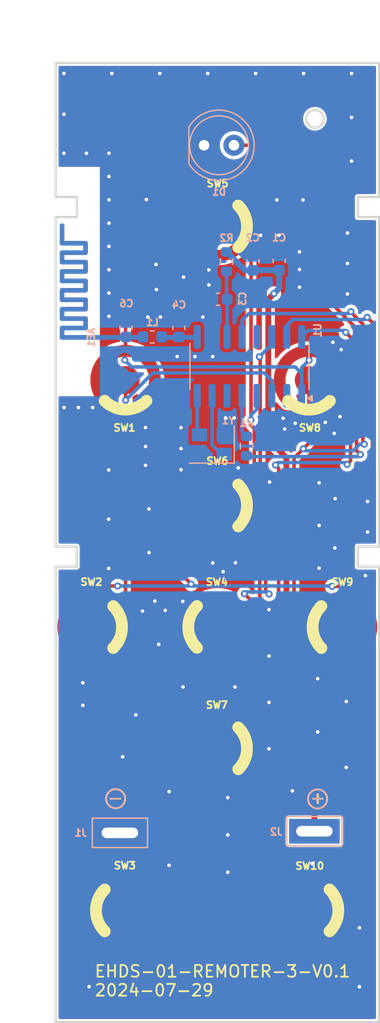
<source format=kicad_pcb>
(kicad_pcb (version 20240108) (generator "pcbnew") (generator_version "8.0")
  (title_block (title "EHDS-01-REMOTER-3") (date "2024-07-29") (rev "V0.1") (company "Ovobot") (comment 1 "21.5X81.5X1.0mm 白字黑油，无铅喷锡"))
  (layers (0 "F.Cu" signal) (31 "B.Cu" signal) (34 "B.Paste" user) (35 "F.Paste" user) (36 "B.SilkS" user "B.Silkscreen") (37 "F.SilkS" user "F.Silkscreen") (38 "B.Mask" user) (39 "F.Mask" user) (44 "Edge.Cuts" user))
  (net 0 "")
  (net 1 "GND")
  (net 2 "+3V3")
  (net 3 "/V1")
  (net 4 "/V2")
  (net 5 "/V3")
  (net 6 "Net-(AE1-A)")
  (net 7 "Net-(U1-VDD)")
  (net 8 "/H4")
  (net 9 "/H3")
  (net 10 "/H2")
  (net 11 "/H1")
  (net 12 "Net-(D1-A)")
  (net 13 "Net-(U1-PB2)")
  (net 14 "Net-(U1-RF-ANT)")
  (net 17 "Net-(U1-XTALP)")
  (net 18 "Net-(U1-XTALN)")
  (footprint "Ovo_Button_Switch_SMD:Dome_SLICE_ARC_6x6mm" (layer "F.Cu") (at 140.7985 92.342 -90)
    (property "Reference" "SW2" (at -3.831 0.102 0) (layer "F.SilkS") (effects (font (size 0.6 0.6))))
    (property "Value" "SW")
    (fp_arc (start 1.777999 -1.752599) (mid -0.000001 2.496573) (end -1.778001 -1.7526) (stroke (width 1)) (layer "F.Cu"))
    (fp_arc (start -1.778001 -1.7526) (mid 0 -2.496576) (end 1.778 -1.7526) (stroke (width 1)) (layer "F.SilkS"))
    (pad "1" smd circle (at 0 2.5 270) (size 1 1) (layers "F.Cu" "F.Paste" "F.Mask") (net 10 "/H2"))
    (pad "2" smd circle (at 0 0 270) (size 2.4 2.4) (layers "F.Cu" "F.Paste" "F.Mask") (net 3 "/V1"))
  )
  (footprint "Ovo_Button_Switch_SMD:Dome_SLICE_ARC_6x6mm" (layer "F.Cu") (at 159.1925 71.370712 180)
    (property "Reference" "SW8" (at -0.081 -4.037288 0) (layer "F.SilkS") (effects (font (size 0.6 0.6))))
    (property "Value" "SW")
    (fp_arc (start 1.777999 -1.752599) (mid -0.000001 2.496573) (end -1.778001 -1.7526) (stroke (width 1)) (layer "F.Cu"))
    (fp_arc (start -1.778001 -1.7526) (mid 0 -2.496576) (end 1.778 -1.7526) (stroke (width 1)) (layer "F.SilkS"))
    (pad "1" smd circle (at 0 2.5 180) (size 1 1) (layers "F.Cu" "F.Paste" "F.Mask") (net 11 "/H1"))
    (pad "2" smd circle (at 0 0 180) (size 2.4 2.4) (layers "F.Cu" "F.Paste" "F.Mask") (net 5 "/V3"))
  )
  (footprint "Ovo_Button_Switch_SMD:Dome_SLICE_ARC_6x6mm" (layer "F.Cu") (at 151.4265 82.011 -90)
    (property "Reference" "SW6" (at -3.785 0.02 0) (layer "F.SilkS") (effects (font (size 0.6 0.6))))
    (property "Value" "SW")
    (fp_arc (start 1.777999 -1.752599) (mid -0.000001 2.496573) (end -1.778001 -1.7526) (stroke (width 1)) (layer "F.Cu"))
    (fp_arc (start -1.778001 -1.7526) (mid 0 -2.496576) (end 1.778 -1.7526) (stroke (width 1)) (layer "F.SilkS"))
    (pad "1" smd circle (at 0 2.5 270) (size 1 1) (layers "F.Cu" "F.Paste" "F.Mask") (net 10 "/H2"))
    (pad "2" smd circle (at 0 0 270) (size 2.4 2.4) (layers "F.Cu" "F.Paste" "F.Mask") (net 4 "/V2"))
  )
  (footprint "Ovo_Button_Switch_SMD:Dome_SLICE_ARC_6x6mm" (layer "F.Cu") (at 143.579501 116.414 90)
    (property "Reference" "SW3" (at 3.808 -0.041001 0) (layer "F.SilkS") (effects (font (size 0.6 0.6))))
    (property "Value" "SW")
    (fp_arc (start 1.777999 -1.752599) (mid -0.000001 2.496573) (end -1.778001 -1.7526) (stroke (width 1)) (layer "F.Cu"))
    (fp_arc (start -1.778001 -1.7526) (mid 0 -2.496576) (end 1.778 -1.7526) (stroke (width 1)) (layer "F.SilkS"))
    (pad "1" smd circle (at 0 2.5 90) (size 1 1) (layers "F.Cu" "F.Paste" "F.Mask") (net 9 "/H3"))
    (pad "2" smd circle (at 0 0 90) (size 2.4 2.4) (layers "F.Cu" "F.Paste" "F.Mask") (net 3 "/V1"))
  )
  (footprint "Ovo_Button_Switch_SMD:Dome_SLICE_ARC_6x6mm" (layer "F.Cu") (at 143.6005 71.360712 180)
    (property "Reference" "SW1" (at 0.098 -4.047288 0) (layer "F.SilkS") (effects (font (size 0.6 0.6))))
    (property "Value" "SW")
    (fp_arc (start 1.777999 -1.752599) (mid -0.000001 2.496573) (end -1.778001 -1.7526) (stroke (width 1)) (layer "F.Cu"))
    (fp_arc (start -1.778001 -1.7526) (mid 0 -2.496576) (end 1.778 -1.7526) (stroke (width 1)) (layer "F.SilkS"))
    (pad "1" smd circle (at 0 2.5 180) (size 1 1) (layers "F.Cu" "F.Paste" "F.Mask") (net 11 "/H1"))
    (pad "2" smd circle (at 0 0 180) (size 2.4 2.4) (layers "F.Cu" "F.Paste" "F.Mask") (net 3 "/V1"))
  )
  (footprint "Ovo_Button_Switch_SMD:Dome_SLICE_ARC_6x6mm" (layer "F.Cu") (at 161.9965 92.342 90)
    (property "Reference" "SW9" (at 3.831 0.031 0) (layer "F.SilkS") (effects (font (size 0.6 0.6))))
    (property "Value" "SW")
    (fp_arc (start 1.777999 -1.752599) (mid -0.000001 2.496573) (end -1.778001 -1.7526) (stroke (width 1)) (layer "F.Cu"))
    (fp_arc (start -1.778001 -1.7526) (mid 0 -2.496576) (end 1.778 -1.7526) (stroke (width 1)) (layer "F.SilkS"))
    (pad "1" smd circle (at 0 2.5 90) (size 1 1) (layers "F.Cu" "F.Paste" "F.Mask") (net 10 "/H2"))
    (pad "2" smd circle (at 0 0 90) (size 2.4 2.4) (layers "F.Cu" "F.Paste" "F.Mask") (net 5 "/V3"))
  )
  (footprint "Ovo_Button_Switch_SMD:Dome_SLICE_ARC_6x6mm" (layer "F.Cu") (at 159.1905 116.414 -90)
    (property "Reference" "SW10" (at -3.779 -0.069 0) (layer "F.SilkS") (effects (font (size 0.6 0.6))))
    (property "Value" "SW")
    (fp_arc (start 1.777999 -1.752599) (mid -0.000001 2.496573) (end -1.778001 -1.7526) (stroke (width 1)) (layer "F.Cu"))
    (fp_arc (start -1.778001 -1.7526) (mid 0 -2.496576) (end 1.778 -1.7526) (stroke (width 1)) (layer "F.SilkS"))
    (pad "1" smd circle (at 0 2.5 270) (size 1 1) (layers "F.Cu" "F.Paste" "F.Mask") (net 9 "/H3"))
    (pad "2" smd circle (at 0 0 270) (size 2.4 2.4) (layers "F.Cu" "F.Paste" "F.Mask") (net 5 "/V3"))
  )
  (footprint "Ovo_Button_Switch_SMD:Dome_SLICE_ARC_6x6mm" (layer "F.Cu") (at 151.4265 102.644712 -90)
    (property "Reference" "SW7" (at -3.680712 0.0645 0) (layer "F.SilkS") (effects (font (size 0.6 0.6))))
    (property "Value" "SW")
    (fp_arc (start 1.777999 -1.752599) (mid -0.000001 2.496573) (end -1.778001 -1.7526) (stroke (width 1)) (layer "F.Cu"))
    (fp_arc (start -1.778001 -1.7526) (mid 0 -2.496576) (end 1.778 -1.7526) (stroke (width 1)) (layer "F.SilkS"))
    (pad "1" smd circle (at 0 2.5 270) (size 1 1) (layers "F.Cu" "F.Paste" "F.Mask") (net 9 "/H3"))
    (pad "2" smd circle (at 0 0 270) (size 2.4 2.4) (layers "F.Cu" "F.Paste" "F.Mask") (net 4 "/V2"))
  )
  (footprint "Ovo_Button_Switch_SMD:Dome_SLICE_ARC_6x6mm" (layer "F.Cu") (at 151.4265 58.299712 -90)
    (property "Reference" "SW5" (at -3.649712 0.004 0) (layer "F.SilkS") (effects (font (size 0.6 0.6))))
    (property "Value" "SW")
    (fp_arc (start 1.777999 -1.752599) (mid -0.000001 2.496573) (end -1.778001 -1.7526) (stroke (width 1)) (layer "F.Cu"))
    (fp_arc (start -1.778001 -1.7526) (mid 0 -2.496576) (end 1.778 -1.7526) (stroke (width 1)) (layer "F.SilkS"))
    (pad "1" smd circle (at 0 2.5 270) (size 1 1) (layers "F.Cu" "F.Paste" "F.Mask") (net 11 "/H1"))
    (pad "2" smd circle (at 0 0 270) (size 2.4 2.4) (layers "F.Cu" "F.Paste" "F.Mask") (net 4 "/V2"))
  )
  (footprint "Ovo_Button_Switch_SMD:Dome_SLICE_ARC_6x6mm" (layer "F.Cu") (at 151.4265 92.327856 90)
    (property "Reference" "SW4" (at 3.816856 -0.0645 0) (layer "F.SilkS") (effects (font (size 0.6 0.6))))
    (property "Value" "SW")
    (fp_arc (start 1.777999 -1.752599) (mid -0.000001 2.496573) (end -1.778001 -1.7526) (stroke (width 1)) (layer "F.Cu"))
    (fp_arc (start -1.778001 -1.7526) (mid 0 -2.496576) (end 1.778 -1.7526) (stroke (width 1)) (layer "F.SilkS"))
    (pad "1" smd circle (at 0 2.5 90) (size 1 1) (layers "F.Cu" "F.Paste" "F.Mask") (net 8 "/H4"))
    (pad "2" smd circle (at 0 0 90) (size 2.4 2.4) (layers "F.Cu" "F.Paste" "F.Mask") (net 3 "/V1"))
  )
  (footprint "Resistor_SMD:R_0603_1608Metric" (layer "B.Cu") (at 153.8825 76.961 90)
    (property "Reference" "R1" (at 1.967 0 0) (layer "B.SilkS") (effects (font (size 0.6 0.6)) (justify mirror)))
    (property "Value" "1K")
    (fp_line (start 0.237258 -0.5225) (end -0.237258 -0.5225) (stroke (width 0.12)) (layer "B.SilkS"))
    (fp_line (start 0.237258 0.5225) (end -0.237258 0.5225) (stroke (width 0.12)) (layer "B.SilkS"))
    (pad "1" smd roundrect (at -0.825 0 90) (size 0.8 0.95) (layers "B.Cu" "B.Paste" "B.Mask") (net 12 "Net-(D1-A)"))
    (pad "2" smd roundrect (at 0.825 0 90) (size 0.8 0.95) (layers "B.Cu" "B.Paste" "B.Mask") (net 13 "Net-(U1-PB2)"))
  )
  (footprint "Ovo_RF_Antenna:Ovo_PA2401_2.4GHz_Left" (layer "B.Cu") (at 141.4095 67.728 -90)
    (property "Reference" "AE1" (at 0.025 0.74 90) (layer "B.SilkS") (effects (font (size 0.6 0.6)) (justify mirror)))
    (property "Value" "Antenna_Shield")
    (fp_line (start -9.49 3.212) (end -8 3.212) (stroke (width 0.4)) (layer "B.Cu"))
    (fp_line (start -8 3.212) (end -8 1.212) (stroke (width 0.4)) (layer "B.Cu"))
    (fp_line (start -7.2 3.212) (end -6.4 3.212) (stroke (width 0.4)) (layer "B.Cu"))
    (fp_line (start -6.4 3.212) (end -6.4 1.212) (stroke (width 0.4)) (layer "B.Cu"))
    (fp_line (start -5.6 3.212) (end -4.8 3.212) (stroke (width 0.4)) (layer "B.Cu"))
    (fp_line (start -4.8 3.212) (end -4.8 1.212) (stroke (width 0.4)) (layer "B.Cu"))
    (fp_line (start -4 3.212) (end -3.2 3.212) (stroke (width 0.4)) (layer "B.Cu"))
    (fp_line (start -3.2 3.212) (end -3.2 1.212) (stroke (width 0.4)) (layer "B.Cu"))
    (fp_line (start -2.4 3.212) (end -1.6 3.212) (stroke (width 0.4)) (layer "B.Cu"))
    (fp_line (start -1.6 3.212) (end -1.6 1.212) (stroke (width 0.4)) (layer "B.Cu"))
    (fp_line (start -0.8 3.212) (end 0 3.212) (stroke (width 0.4)) (layer "B.Cu"))
    (fp_line (start 0 3.212) (end 0 0) (stroke (width 0.4)) (layer "B.Cu"))
    (fp_line (start -8 1.212) (end -7.2 1.212) (stroke (width 0.4)) (layer "B.Cu"))
    (fp_line (start -7.2 1.212) (end -7.2 3.212) (stroke (width 0.4)) (layer "B.Cu"))
    (fp_line (start -6.4 1.212) (end -5.6 1.212) (stroke (width 0.4)) (layer "B.Cu"))
    (fp_line (start -5.6 1.212) (end -5.6 3.212) (stroke (width 0.4)) (layer "B.Cu"))
    (fp_line (start -4.8 1.212) (end -4 1.212) (stroke (width 0.4)) (layer "B.Cu"))
    (fp_line (start -4 1.212) (end -4 3.212) (stroke (width 0.4)) (layer "B.Cu"))
    (fp_line (start -3.2 1.212) (end -2.4 1.212) (stroke (width 0.4)) (layer "B.Cu"))
    (fp_line (start -2.4 1.212) (end -2.4 3.212) (stroke (width 0.4)) (layer "B.Cu"))
    (fp_line (start -1.6 1.212) (end -0.8 1.212) (stroke (width 0.4)) (layer "B.Cu"))
    (fp_line (start -0.8 1.212) (end -0.8 3.212) (stroke (width 0.4)) (layer "B.Cu"))
    (pad "1" smd circle (at 0 0 270) (size 0.4 0.4) (layers "B.Cu" "B.Paste" "B.Mask") (net 6 "Net-(AE1-A)"))
    (zone (net 0) (net_name "") (layers "*.Cu") (connect_pads (clearance 0)) (min_thickness 0.254)
      (keepout (tracks allowed) (vias allowed) (pads allowed) (copperpour not_allowed) (footprints not_allowed))
      (fill (thermal_gap 0.508) (thermal_bridge_width 0.508))
      (polygon (pts (xy 141.4095 72.728) (xy 141.4095 53.238) (xy 133.1975 53.238) (xy 133.1975 72.728)))
    )
  )
  (footprint "Capacitor_SMD:C_0603_1608Metric" (layer "B.Cu") (at 148.1335 66.9144 -90)
    (property "Reference" "C4" (at -1.9524 -0.011 180) (layer "B.SilkS") (effects (font (size 0.6 0.6)) (justify mirror)))
    (property "Value" "1.2pF")
    (fp_line (start 0.14058 0.51) (end -0.14058 0.51) (stroke (width 0.12)) (layer "B.SilkS"))
    (fp_line (start 0.14058 -0.51) (end -0.14058 -0.51) (stroke (width 0.12)) (layer "B.SilkS"))
    (pad "1" smd roundrect (at -0.775 0 270) (size 0.9 0.95) (layers "B.Cu" "B.Paste" "B.Mask") (net 1 "GND"))
    (pad "2" smd roundrect (at 0.775 0 270) (size 0.9 0.95) (layers "B.Cu" "B.Paste" "B.Mask") (net 14 "Net-(U1-RF-ANT)"))
  )
  (footprint "Capacitor_SMD:C_0603_1608Metric" (layer "B.Cu") (at 143.6377 66.9144 -90)
    (property "Reference" "C6" (at -2.0694 -0.0378 180) (layer "B.SilkS") (effects (font (size 0.6 0.6)) (justify mirror)))
    (property "Value" "0.5pF")
    (fp_line (start 0.14058 0.51) (end -0.14058 0.51) (stroke (width 0.12)) (layer "B.SilkS"))
    (fp_line (start 0.14058 -0.51) (end -0.14058 -0.51) (stroke (width 0.12)) (layer "B.SilkS"))
    (pad "1" smd roundrect (at -0.775 0 270) (size 0.9 0.95) (layers "B.Cu" "B.Paste" "B.Mask") (net 1 "GND"))
    (pad "2" smd roundrect (at 0.775 0 270) (size 0.9 0.95) (layers "B.Cu" "B.Paste" "B.Mask") (net 6 "Net-(AE1-A)"))
  )
  (footprint "Inductor_SMD:L_0603_1608Metric" (layer "B.Cu") (at 145.8728 67.6894)
    (property "Reference" "L1" (at 0.0077 -1.2434 180) (layer "B.SilkS") (effects (font (size 0.6 0.6)) (justify mirror)))
    (property "Value" "3.3uH")
    (fp_line (start 0.162779 -0.51) (end -0.162779 -0.51) (stroke (width 0.12)) (layer "B.SilkS"))
    (fp_line (start 0.162779 0.51) (end -0.162779 0.51) (stroke (width 0.12)) (layer "B.SilkS"))
    (pad "1" smd roundrect (at -0.7875 0) (size 0.875 0.95) (layers "B.Cu" "B.Paste" "B.Mask") (net 6 "Net-(AE1-A)"))
    (pad "2" smd roundrect (at 0.7875 0) (size 0.875 0.95) (layers "B.Cu" "B.Paste" "B.Mask") (net 14 "Net-(U1-RF-ANT)"))
  )
  (footprint "Resistor_SMD:R_0603_1608Metric" (layer "B.Cu") (at 152.1865 61.285 -90)
    (property "Reference" "R2" (at -2.002 0.002 180) (layer "B.SilkS") (effects (font (size 0.6 0.6)) (justify mirror)))
    (property "Value" "10R")
    (fp_line (start 0.237258 0.5225) (end -0.237258 0.5225) (stroke (width 0.12)) (layer "B.SilkS"))
    (fp_line (start 0.237258 -0.5225) (end -0.237258 -0.5225) (stroke (width 0.12)) (layer "B.SilkS"))
    (pad "1" smd roundrect (at -0.825 0 270) (size 0.8 0.95) (layers "B.Cu" "B.Paste" "B.Mask") (net 2 "+3V3"))
    (pad "2" smd roundrect (at 0.825 0 270) (size 0.8 0.95) (layers "B.Cu" "B.Paste" "B.Mask") (net 7 "Net-(U1-VDD)"))
  )
  (footprint "Capacitor_SMD:C_0603_1608Metric" (layer "B.Cu") (at 156.6615 61.235 90)
    (property "Reference" "C1" (at 1.971 -0.008 0) (layer "B.SilkS") (effects (font (size 0.6 0.6)) (justify mirror)))
    (property "Value" "10uF")
    (fp_line (start 0.14058 -0.51) (end -0.14058 -0.51) (stroke (width 0.12)) (layer "B.SilkS"))
    (fp_line (start 0.14058 0.51) (end -0.14058 0.51) (stroke (width 0.12)) (layer "B.SilkS"))
    (pad "1" smd roundrect (at -0.775 0 90) (size 0.9 0.95) (layers "B.Cu" "B.Paste" "B.Mask") (net 2 "+3V3"))
    (pad "2" smd roundrect (at 0.775 0 90) (size 0.9 0.95) (layers "B.Cu" "B.Paste" "B.Mask") (net 1 "GND"))
  )
  (footprint "Ovo_Pad:Pad_THTPad_4.3x2.1mm_Drill3.1x0.9mm" (layer "B.Cu") (at 143.1135 109.825 90)
    (property "Reference" "J1" (at 0 -3.3274 0) (layer "B.SilkS") (effects (font (size 0.6 0.6)) (justify mirror)))
    (property "Value" "负极弹簧")
    (fp_line (start 1.25 -2.35) (end 1.25 2.35) (stroke (width 0.12)) (layer "B.SilkS"))
    (fp_line (start -1.25 -2.35) (end 1.25 -2.35) (stroke (width 0.12)) (layer "B.SilkS"))
    (fp_line (start 1.25 2.35) (end -1.25 2.35) (stroke (width 0.12)) (layer "B.SilkS"))
    (fp_line (start -1.25 2.35) (end -1.25 -2.35) (stroke (width 0.12)) (layer "B.SilkS"))
    (pad "1" thru_hole rect (at 0 0 90) (size 2.1 4.3) (drill oval 0.9 3.1) (layers "*.Cu" "*.Mask") (net 1 "GND"))
  )
  (footprint "Package_SO:SOP-16_3.9x9.9mm_P1.27mm" (layer "B.Cu") (at 154.1315 70.185 90)
    (property "Reference" "U1" (at 3.056 5.806 -90) (layer "B.SilkS") (effects (font (size 0.6 0.6)) (justify mirror)))
    (property "Value" "GH8266-Q")
    (fp_line (start 1.95 -5.06) (end 0 -5.06) (stroke (width 0.12)) (layer "B.SilkS"))
    (fp_line (start -1.95 -5.06) (end 0 -5.06) (stroke (width 0.12)) (layer "B.SilkS"))
    (fp_line (start 1.95 5.06) (end 0 5.06) (stroke (width 0.12)) (layer "B.SilkS"))
    (fp_line (start -1.95 5.06) (end 0 5.06) (stroke (width 0.12)) (layer "B.SilkS"))
    (fp_poly (pts (xy -2.725 5.005) (xy -2.965 5.335) (xy -2.485 5.335) (xy -2.725 5.005)) (stroke (width 0.12)) (fill solid) (layer "B.SilkS"))
    (pad "1" smd roundrect (at -2.5 4.445 90) (size 2 0.6) (layers "B.Cu" "B.Paste" "B.Mask") (net 11 "/H1"))
    (pad "2" smd roundrect (at -2.5 3.175 90) (size 2 0.6) (layers "B.Cu" "B.Paste" "B.Mask"))
    (pad "3" smd roundrect (at -2.5 1.905 90) (size 2 0.6) (layers "B.Cu" "B.Paste" "B.Mask") (net 3 "/V1"))
    (pad "4" smd roundrect (at -2.5 0.635 90) (size 2 0.6) (layers "B.Cu" "B.Paste" "B.Mask") (net 4 "/V2"))
    (pad "5" smd roundrect (at -2.5 -0.635 90) (size 2 0.6) (layers "B.Cu" "B.Paste" "B.Mask") (net 13 "Net-(U1-PB2)"))
    (pad "6" smd roundrect (at -2.5 -1.905 90) (size 2 0.6) (layers "B.Cu" "B.Paste" "B.Mask"))
    (pad "7" smd roundrect (at -2.5 -3.175 90) (size 2 0.6) (layers "B.Cu" "B.Paste" "B.Mask") (net 17 "Net-(U1-XTALP)"))
    (pad "8" smd roundrect (at -2.5 -4.445 90) (size 2 0.6) (layers "B.Cu" "B.Paste" "B.Mask") (net 18 "Net-(U1-XTALN)"))
    (pad "9" smd roundrect (at 2.5 -4.445 90) (size 2 0.6) (layers "B.Cu" "B.Paste" "B.Mask") (net 14 "Net-(U1-RF-ANT)"))
    (pad "10" smd roundrect (at 2.5 -3.175 90) (size 2 0.6) (layers "B.Cu" "B.Paste" "B.Mask") (net 1 "GND"))
    (pad "11" smd roundrect (at 2.5 -1.905 90) (size 2 0.6) (layers "B.Cu" "B.Paste" "B.Mask") (net 7 "Net-(U1-VDD)"))
    (pad "12" smd roundrect (at 2.5 -0.635 90) (size 2 0.6) (layers "B.Cu" "B.Paste" "B.Mask") (net 5 "/V3"))
    (pad "13" smd roundrect (at 2.5 0.635 90) (size 2 0.6) (layers "B.Cu" "B.Paste" "B.Mask"))
    (pad "14" smd roundrect (at 2.5 1.905 90) (size 2 0.6) (layers "B.Cu" "B.Paste" "B.Mask") (net 8 "/H4"))
    (pad "15" smd roundrect (at 2.5 3.175 90) (size 2 0.6) (layers "B.Cu" "B.Paste" "B.Mask") (net 10 "/H2"))
    (pad "16" smd roundrect (at 2.5 4.445 90) (size 2 0.6) (layers "B.Cu" "B.Paste" "B.Mask") (net 9 "/H3"))
  )
  (footprint "Ovo_Oscillaror:Oscillator_SMD_Abracon_ASE-4Pin_3.2x2.5mm" (layer "B.Cu") (at 150.9365 76.835 180)
    (property "Reference" "Y1" (at -1.404 2.04 180) (layer "B.SilkS") (effects (font (size 0.6 0.6)) (justify mirror)))
    (property "Value" "16MHz/12pF(10ppm)")
    (fp_line (start 1.9 -1.575) (end -1.9 -1.575) (stroke (width 0.12)) (layer "B.SilkS"))
    (fp_line (start -1.9 -1.575) (end -1.9 1.575) (stroke (width 0.12)) (layer "B.SilkS"))
    (pad "1" smd rect (at -1.05 -0.825 180) (size 1.3 1.1) (layers "B.Cu" "B.Paste" "B.Mask") (net 17 "Net-(U1-XTALP)"))
    (pad "2" smd rect (at 1.05 -0.825 180) (size 1.3 1.1) (layers "B.Cu" "B.Paste" "B.Mask") (net 1 "GND"))
    (pad "3" smd rect (at 1.05 0.825 180) (size 1.3 1.1) (layers "B.Cu" "B.Paste" "B.Mask") (net 18 "Net-(U1-XTALN)"))
    (pad "4" smd rect (at -1.05 0.825 180) (size 1.3 1.1) (layers "B.Cu" "B.Paste" "B.Mask") (net 1 "GND"))
  )
  (footprint "Capacitor_SMD:C_0603_1608Metric" (layer "B.Cu") (at 151.4615 64.485 180)
    (property "Reference" "C3" (at -2.089 0.049 -90) (layer "B.SilkS") (effects (font (size 0.6 0.6)) (justify mirror)))
    (property "Value" "0.1uF")
    (fp_line (start 0.14058 0.51) (end -0.14058 0.51) (stroke (width 0.12)) (layer "B.SilkS"))
    (fp_line (start 0.14058 -0.51) (end -0.14058 -0.51) (stroke (width 0.12)) (layer "B.SilkS"))
    (pad "1" smd roundrect (at -0.775 0 180) (size 0.9 0.95) (layers "B.Cu" "B.Paste" "B.Mask") (net 7 "Net-(U1-VDD)"))
    (pad "2" smd roundrect (at 0.775 0 180) (size 0.9 0.95) (layers "B.Cu" "B.Paste" "B.Mask") (net 1 "GND"))
  )
  (footprint "Capacitor_SMD:C_0603_1608Metric" (layer "B.Cu") (at 154.4365 61.258 90)
    (property "Reference" "C2" (at 1.994 -0.028 0) (layer "B.SilkS") (effects (font (size 0.6 0.6)) (justify mirror)))
    (property "Value" "100pF")
    (fp_line (start 0.14058 -0.51) (end -0.14058 -0.51) (stroke (width 0.12)) (layer "B.SilkS"))
    (fp_line (start 0.14058 0.51) (end -0.14058 0.51) (stroke (width 0.12)) (layer "B.SilkS"))
    (pad "1" smd roundrect (at -0.775 0 90) (size 0.9 0.95) (layers "B.Cu" "B.Paste" "B.Mask") (net 2 "+3V3"))
    (pad "2" smd roundrect (at 0.775 0 90) (size 0.9 0.95) (layers "B.Cu" "B.Paste" "B.Mask") (net 1 "GND"))
  )
  (footprint "LED_THT:LED_D5.0mm" (layer "B.Cu") (at 150.2715 51.403)
    (property "Reference" "D1" (at 1.27 3.96 0) (layer "B.SilkS") (effects (font (size 0.6 0.6)) (justify mirror)))
    (property "Value" "RED")
    (fp_line (start -1.29 -1.545) (end -1.29 1.545) (stroke (width 0.12)) (layer "B.SilkS"))
    (fp_arc (start -1.29 -1.54483) (mid 2.072002 -2.880433) (end 4.26 0.000462) (stroke (width 0.12)) (layer "B.SilkS"))
    (fp_arc (start 4.26 -0.000462) (mid 2.072002 2.880433) (end -1.29 1.54483) (stroke (width 0.12)) (layer "B.SilkS"))
    (fp_circle (center 1.27 0) (end 3.77 0) (stroke (width 0.12)) (fill none) (layer "B.SilkS"))
    (pad "1" thru_hole rect (at 0 0) (size 1.8 1.8) (drill 0.9) (layers "*.Cu" "*.Mask") (net 1 "GND"))
    (pad "2" thru_hole circle (at 2.54 0) (size 1.8 1.8) (drill 0.9) (layers "*.Cu" "*.Mask") (net 12 "Net-(D1-A)"))
  )
  (footprint "Ovo_Pad:Pad_THTPad_4.3x2.1mm_Drill3.1x0.9mm" (layer "B.Cu") (at 159.6535 109.689 90)
    (property "Reference" "J2" (at -0.0508 -3.2512 0) (layer "B.SilkS") (effects (font (size 0.6 0.6)) (justify mirror)))
    (property "Value" "正极弹簧")
    (fp_line (start 1.25 -2.35) (end 1.25 2.35) (stroke (width 0.12)) (layer "B.SilkS"))
    (fp_line (start -1.25 -2.35) (end 1.25 -2.35) (stroke (width 0.12)) (layer "B.SilkS"))
    (fp_line (start 1.25 2.35) (end -1.25 2.35) (stroke (width 0.12)) (layer "B.SilkS"))
    (fp_line (start -1.25 2.35) (end -1.25 -2.35) (stroke (width 0.12)) (layer "B.SilkS"))
    (pad "1" thru_hole rect (at 0 0 90) (size 2.1 4.3) (drill oval 0.9 3.1) (layers "*.Cu" "*.Mask") (net 2 "+3V3"))
  )
  (gr_circle (center 159.9145 106.943812) (end 160.724915 106.943812) (stroke (width 0.15)) (fill none) (layer "B.SilkS"))
  (gr_circle (center 142.7441 106.918412) (end 143.554515 106.918412) (stroke (width 0.15)) (fill none) (layer "B.SilkS"))
  (gr_circle (center 142.761885 106.9218) (end 143.193685 107.6076) (stroke (width 0.15)) (fill none) (layer "F.SilkS"))
  (gr_circle (center 159.9299 106.944815) (end 160.3617 107.630615) (stroke (width 0.15)) (fill none) (layer "F.SilkS"))
  (gr_line (start 165.1455 44.401) (end 165.1455 55.801) (stroke (width 0.2)) (layer "Edge.Cuts"))
  (gr_circle (center 159.6955 49.151) (end 160.4455 49.151) (stroke (width 0.2)) (fill none) (layer "Edge.Cuts"))
  (gr_line (start 163.3455 85.501) (end 163.3455 87.201) (stroke (width 0.2)) (layer "Edge.Cuts"))
  (gr_line (start 139.4455 87.201) (end 139.4455 85.501) (stroke (width 0.2)) (layer "Edge.Cuts"))
  (gr_line (start 137.6455 55.801) (end 137.6455 44.401) (stroke (width 0.2)) (layer "Edge.Cuts"))
  (gr_line (start 137.6455 44.401) (end 165.1455 44.401) (stroke (width 0.2)) (layer "Edge.Cuts"))
  (gr_line (start 163.3455 55.801) (end 163.3455 57.501) (stroke (width 0.2)) (layer "Edge.Cuts"))
  (gr_line (start 139.4455 57.501) (end 139.4455 55.801) (stroke (width 0.2)) (layer "Edge.Cuts"))
  (gr_line (start 165.1455 87.201) (end 165.1455 125.901) (stroke (width 0.2)) (layer "Edge.Cuts"))
  (gr_line (start 137.6455 57.501) (end 139.4455 57.501) (stroke (width 0.2)) (layer "Edge.Cuts"))
  (gr_line (start 165.1455 57.501) (end 163.3455 57.501) (stroke (width 0.2)) (layer "Edge.Cuts"))
  (gr_line (start 137.6455 125.901) (end 137.6455 87.201) (stroke (width 0.2)) (layer "Edge.Cuts"))
  (gr_line (start 139.4455 87.201) (end 137.6455 87.201) (stroke (width 0.2)) (layer "Edge.Cuts"))
  (gr_line (start 165.1455 87.201) (end 163.3455 87.201) (stroke (width 0.2)) (layer "Edge.Cuts"))
  (gr_line (start 137.6455 85.501) (end 137.6455 57.501) (stroke (width 0.2)) (layer "Edge.Cuts"))
  (gr_line (start 165.1455 57.501) (end 165.1455 85.501) (stroke (width 0.2)) (layer "Edge.Cuts"))
  (gr_line (start 165.1455 55.801) (end 163.3455 55.801) (stroke (width 0.2)) (layer "Edge.Cuts"))
  (gr_line (start 165.1455 125.901) (end 137.6455 125.901) (stroke (width 0.2)) (layer "Edge.Cuts"))
  (gr_line (start 165.1455 85.501) (end 163.3455 85.501) (stroke (width 0.2)) (layer "Edge.Cuts"))
  (gr_line (start 137.6455 85.501) (end 139.4455 85.501) (stroke (width 0.2)) (layer "Edge.Cuts"))
  (gr_line (start 137.6455 55.801) (end 139.4455 55.801) (stroke (width 0.2)) (layer "Edge.Cuts"))
  (gr_text "+" (at 160.6145 107.43 0) (layer "B.SilkS") (effects (font (size 1 1)) (justify left bottom mirror)))
  (gr_text "-" (at 143.4075 107.44 0) (layer "B.SilkS") (effects (font (size 1 1)) (justify left bottom mirror)))
  (gr_text "-" (at 142.761888 106.847988 0) (layer "F.SilkS") (effects (font (size 1 1))))
  (gr_text "${TITLE}-${REVISION}\n${ISSUE_DATE}\n\n" (at 140.8845 123.205 0) (layer "F.SilkS") (effects (font (size 1 1)) (justify left)))
  (gr_text "+" (at 159.2405 107.436 0) (layer "F.SilkS") (effects (font (size 1 1)) (justify left bottom)))
  (via (at 158.736665 45.303) (size 0.6096) (drill 0.3048) (layers "F.Cu" "B.Cu") (net 1))
  (via (at 155.8385 80.022) (size 0.6096) (drill 0.3048) (layers "F.Cu" "B.Cu") (net 1))
  (via (at 145.2905 76.99) (size 0.6096) (drill 0.3048) (layers "F.Cu" "B.Cu") (net 1))
  (via (at 146.2145 63.658) (size 0.6096) (drill 0.3048) (layers "F.Cu" "B.Cu") (net 1))
  (via (at 139.9675 98.991) (size 0.6096) (drill 0.3048) (layers "F.Cu" "B.Cu") (net 1))
  (via (at 154.660832 45.303) (size 0.6096) (drill 0.3048) (layers "F.Cu" "B.Cu") (net 1))
  (via (at 156.4605 56.047) (size 0.6096) (drill 0.3048) (layers "F.Cu" "B.Cu") (net 1))
  (via (at 152.2845 110.0015) (size 0.6096) (drill 0.3048) (layers "F.Cu" "B.Cu") (net 1))
  (via (at 162.8125 45.303) (size 0.6096) (drill 0.3048) (layers "F.Cu" "B.Cu") (net 1))
  (via (at 160.0565 83.7095) (size 0.6096) (drill 0.3048) (layers "F.Cu" "B.Cu") (net 1))
  (via (at 150.584999 45.303) (size 0.6096) (drill 0.3048) (layers "F.Cu" "B.Cu") (net 1))
  (via (at 157.7825 106.261) (size 0.6096) (drill 0.3048) (layers "F.Cu" "B.Cu") (net 1))
  (via (at 162.4615 58.857) (size 0.6096) (drill 0.3048) (layers "F.Cu" "B.Cu") (net 1))
  (via (at 146.9695 90.921) (size 0.6096) (drill 0.3048) (layers "F.Cu" "B.Cu") (net 1))
  (via (at 140.8005 73.685) (size 0.6096) (drill 0.3048) (layers "F.Cu" "B.Cu") (net 1))
  (via (at 159.4645 112.428) (size 0.6096) (drill 0.3048) (layers "F.Cu" "B.Cu") (net 1))
  (via (at 158.0245 75.026) (size 0.6096) (drill 0.3048) (layers "F.Cu" "B.Cu") (net 1))
  (via (at 161.8305 74.46) (size 0.6096) (drill 0.3048) (layers "F.Cu" "B.Cu") (net 1))
  (via (at 155.7935 90.862) (size 0.6096) (drill 0.3048) (layers "F.Cu" "B.Cu") (net 1))
  (via (at 146.5585 65.996) (size 0.6096) (drill 0.3048) (layers "F.Cu" "B.Cu") (net 1))
  (via (at 146.0915 90.13) (size 0.6096) (drill 0.3048) (layers "F.Cu" "B.Cu") (net 1))
  (via (at 162.8125 52.739) (size 0.6096) (drill 0.3048) (layers "F.Cu" "B.Cu") (net 1))
  (via (at 159.9295 101.247) (size 0.6096) (drill 0.3048) (layers "F.Cu" "B.Cu") (net 1))
  (via (at 148.3145 77.1785) (size 0.6096) (drill 0.3048) (layers "F.Cu" "B.Cu") (net 1))
  (via (at 145.5885 82.304333) (size 0.6096) (drill 0.3048) (layers "F.Cu" "B.Cu") (net 1))
  (via (at 155.0805 59.049) (size 0.6096) (drill 0.3048) (layers "F.Cu" "B.Cu") (net 1))
  (via (at 148.3145 75.393) (size 0.6096) (drill 0.3048) (layers "F.Cu" "B.Cu") (net 1))
  (via (at 145.3655 56.018) (size 0.6096) (drill 0.3048) (layers "F.Cu" "B.Cu") (net 1))
  (via (at 138.3575 52.078) (size 0.6096) (drill 0.3048) (layers "F.Cu" "B.Cu") (net 1))
  (via (at 153.1745 78.808) (size 0.6096) (drill 0.3048) (layers "F.Cu" "B.Cu") (net 1))
  (via (at 157.1265 75.514) (size 0.6096) (drill 0.3048) (layers "F.Cu" "B.Cu") (net 1))
  (via (at 138.3575 48.7715) (size 0.6096) (drill 0.3048) (layers "F.Cu" "B.Cu") (net 1))
  (via (at 144.4685 99.803) (size 0.6096) (drill 0.3048) (layers "F.Cu" "B.Cu") (net 1))
  (via (at 160.5815 74.948) (size 0.6096) (drill 0.3048) (layers "F.Cu" "B.Cu") (net 1))
  (via (at 145.5885 86.014666) (size 0.6096) (drill 0.3048) (layers "F.Cu" "B.Cu") (net 1))
  (via (at 158.3855 61.957) (size 0.6096) (drill 0.3048) (layers "F.Cu" "B.Cu") (net 1))
  (via (at 156.9905 74.597) (size 0.6096) (drill 0.3048) (layers "F.Cu" "B.Cu") (net 1))
  (via (at 142.1865 58.017571) (size 0.6096) (drill 0.3048) (layers "F.Cu" "B.Cu") (net 1))
  (via (at 145.4845 65.996) (size 0.6096) (drill 0.3048) (layers "F.Cu" "B.Cu") (net 1))
  (via (at 150.6825 61.989) (size 0.6096) (drill 0.3048) (layers "F.Cu" "B.Cu") (net 1))
  (via (at 147.3005 112.581) (size 0.6096) (drill 0.3048) (layers "F.Cu" "B.Cu") (net 1))
  (via (at 160.0565 80.087) (size 0.6096) (drill 0.3048) (layers "F.Cu" "B.Cu") (net 1))
  (via (at 139.9675 97.081) (size 0.6096) (drill 0.3048) (layers "F.Cu" "B.Cu") (net 1))
  (via (at 147.3005 106.323) (size 0.6096) (drill 0.3048) (layers "F.Cu" "B.Cu") (net 1))
  (via (at 155.7935 102.682) (size 0.6096) (drill 0.3048) (layers "F.Cu" "B.Cu") (net 1))
  (via (at 155.7935 98.742) (size 0.6096) (drill 0.3048) (layers "F.Cu" "B.Cu") (net 1))
  (via (at 148.4865 97.431) (size 0.6096) (drill 0.3048) (layers "F.Cu" "B.Cu") (net 1))
  (via (at 161.3925 85.615) (size 0.6096) (drill 0.3048) (layers "F.Cu" "B.Cu") (net 1))
  (via (at 142.1865 61.977285) (size 0.6096) (drill 0.3048) (layers "F.Cu" "B.Cu") (net 1))
  (via (at 138.3705 73.685) (size 0.6096) (drill 0.3048) (layers "F.Cu" "B.Cu") (net 1))
  (via (at 152.8225 74.573) (size 0.6096) (drill 0.3048) (layers "F.Cu" "B.Cu") (net 1))
  (via (at 161.3425 75.885) (size 0.6096) (drill 0.3048) (layers "F.Cu" "B.Cu") (net 1))
  (via (at 150.6825 63.265) (size 0.6096) (drill 0.3048) (layers "F.Cu" "B.Cu") (net 1))
  (via (at 142.1865 56.037714) (size 0.6096) (drill 0.3048) (layers "F.Cu" "B.Cu") (net 1))
  (via (at 161.4225 81.429) (size 0.6096) (drill 0.3048) (layers "F.Cu" "B.Cu") (net 1))
  (via (at 138.3575 45.303) (size 0.6096) (drill 0.3048) (layers "F.Cu" "B.Cu") (net 1))
  (via (at 164.1735 81.668) (size 0.6096) (drill 0.3048) (layers "F.Cu" "B.Cu") (net 1))
  (via (at 139.5855 73.685) (size 0.6096) (drill 0.3048) (layers "F.Cu" "B.Cu") (net 1))
  (via (at 159.9295 96.724) (size 0.6096) (drill 0.3048) (layers "F.Cu" "B.Cu") (net 1))
  (via (at 140.275 52.078) (size 0.6096) (drill 0.3048) (layers "F.Cu" "B.Cu") (net 1))
  (via (at 163.4825 117.894) (size 0.6096) (drill 0.3048) (layers "F.Cu" "B.Cu") (net 1))
  (via (at 151.0155 86.888) (size 0.6096) (drill 0.3048) (layers "F.Cu" "B.Cu") (net 1))
  (via (at 162.3625 104.26) (size 0.6096) (drill 0.3048) (layers "F.Cu" "B.Cu") (net 1))
  (via (at 145.0375 90.979) (size 0.6096) (drill 0.3048) (layers "F.Cu" "B.Cu") (net 1))
  (via (at 149.498 69.354) (size 0.6096) (drill 0.3048) (layers "F.Cu" "B.Cu") (net 1))
  (via (at 148.4625 90.16) (size 0.6096) (drill 0.3048) (layers "F.Cu" "B.Cu") (net 1))
  (via (at 161.9275 68.761) (size 0.6096) (drill 0.3048) (layers "F.Cu" "B.Cu") (net 1))
  (via (at 145.2905 78.594) (size 0.6096) (drill 0.3048) (layers "F.Cu" "B.Cu") (net 1))
  (via (at 140.4945 122.9) (size 0.6096) (drill 0.3048) (layers "F.Cu" "B.Cu") (net 1))
  (via (at 147.9855 69.354) (size 0.6096) (drill 0.3048) (layers "F.Cu" "B.Cu") (net 1))
  (via (at 160.0565 87.332) (size 0.6096) (drill 0.3048) (layers "F.Cu" "B.Cu") (net 1))
  (via (at 162.8125 49.036) (size 0.6096) (drill 0.3048) (layers "F.Cu" "B.Cu") (net 1))
  (via (at 143.3485 103.359) (size 0.6096) (drill 0.3048) (layers "F.Cu" "B.Cu") (net 1))
  (via (at 158.3855 60.454) (size 0.6096) (drill 0.3048) (layers "F.Cu" "B.Cu") (net 1))
  (via (at 152.9435 86.871) (size 0.6096) (drill 0.3048) (layers "F.Cu" "B.Cu") (net 1))
  (via (at 142.1865 59.997428) (size 0.6096) (drill 0.3048) (layers "F.Cu" "B.Cu") (net 1))
  (via (at 146.1855 61.521) (size 0.6096) (drill 0.3048) (layers "F.Cu" "B.Cu") (net 1))
  (via (at 145.2905 75.386) (size 0.6096) (drill 0.3048) (layers "F.Cu" "B.Cu") (net 1))
  (via (at 148.5275 62.604) (size 0.6096) (drill 0.3048) (layers "F.Cu" "B.Cu") (net 1))
  (via (at 146.509166 45.303) (size 0.6096) (drill 0.3048) (layers "F.Cu" "B.Cu") (net 1))
  (via (at 155.7935 94.802) (size 0.6096) (drill 0.3048) (layers "F.Cu" "B.Cu") (net 1))
  (via (at 142.1865 54.057857) (size 0.6096) (drill 0.3048) (layers "F.Cu" "B.Cu") (net 1))
  (via (at 163.9915 87.97) (size 0.6096) (drill 0.3048) (layers "F.Cu" "B.Cu") (net 1))
  (via (at 163.4825 122.9) (size 0.6096) (drill 0.3048) (layers "F.Cu" "B.Cu") (net 1))
  (via (at 142.1865 63.957142) (size 0.6096) (drill 0.3048) (layers "F.Cu" "B.Cu") (net 1))
  (via (at 151.8935 87.635) (size 0.6096) (drill 0.3048) (layers "F.Cu" "B.Cu") (net 1))
  (via (at 156.6285 59.049) (size 0.6096) (drill 0.3048) (layers "F.Cu" "B.Cu") (net 1))
  (via (at 142.1635 78.989) (size 0.6096) (drill 0.3048) (layers "F.Cu" "B.Cu") (net 1))
  (via (at 152.1005 74.573) (size 0.6096) (drill 0.3048) (layers "F.Cu" "B.Cu") (net 1))
  (via (at 151.0105 69.354) (size 0.6096) (drill 0.3048) (layers "F.Cu" "B.Cu") (net 1))
  (via (at 142.1865 65.937) (size 0.6096) (drill 0.3048) (layers "F.Cu" "B.Cu") (net 1))
  (via (at 150.1685 65.996) (size 0.6096) (drill 0.3048) (layers "F.Cu" "B.Cu") (net 1))
  (via (at 162.4615 61.448) (size 0.6096) (drill 0.3048) (layers "F.Cu" "B.Cu") (net 1))
  (via (at 162.3625 98.661) (size 0.6096) (drill 0.3048) (layers "F.Cu" "B.Cu") (net 1))
  (via (at 152.2845 113.174) (size 0.6096) (drill 0.3048) (layers "F.Cu" "B.Cu") (net 1))
  (via (at 152.8995 97.431) (size 0.6096) (drill 0.3048) (layers "F.Cu" "B.Cu") (net 1))
  (via (at 146.4205 93.808) (size 0.6096) (drill 0.3048) (layers "F.Cu" "B.Cu") (net 1))
  (via (at 142.1635 83.1715) (size 0.6096) (drill 0.3048) (layers "F.Cu" "B.Cu") (net 1))
  (via (at 164.1735 84.268) (size 0.6096) (drill 0.3048) (layers "F.Cu" "B.Cu") (net 1))
  (via (at 148.3145 78.964) (size 0.6096) (drill 0.3048) (layers "F.Cu" "B.Cu") (net 1))
  (via (at 152.2845 106.829) (size 0.6096) (drill 0.3048) (layers "F.Cu" "B.Cu") (net 1))
  (via (at 142.433333 45.303) (size 0.6096) (drill 0.3048) (layers "F.Cu" "B.Cu") (net 1))
  (via (at 162.4615 64.039) (size 0.6096) (drill 0.3048) (layers "F.Cu" "B.Cu") (net 1))
  (via (at 142.1865 52.078) (size 0.6096) (drill 0.3048) (layers "F.Cu" "B.Cu") (net 1))
  (via (at 142.1635 87.354) (size 0.6096) (drill 0.3048) (layers "F.Cu" "B.Cu") (net 1))
  (via (at 158.6855 56.047) (size 0.6096) (drill 0.3048) (layers "F.Cu" "B.Cu") (net 1))
  (via (at 161.2255 68.137) (size 0.6096) (drill 0.3048) (layers "F.Cu" "B.Cu") (net 1))
  (via (at 158.3855 63.46) (size 0.6096) (drill 0.3048) (layers "F.Cu" "B.Cu") (net 1))
  (segment (start 155.735532 64.483968) (end 155.735532 76.406032) (width 0.5) (layer "F.Cu") (net 2))
  (segment (start 157.2725 103.425) (end 159.6535 105.806) (width 0.5) (layer "F.Cu") (net 2))
  (segment (start 159.6535 105.806) (end 159.6535 109.689) (width 0.5) (layer "F.Cu") (net 2))
  (segment (start 157.2725 77.943) (end 157.2725 103.425) (width 0.5) (layer "F.Cu") (net 2))
  (segment (start 156.217 64.0025) (end 155.735532 64.483968) (width 0.5) (layer "F.Cu") (net 2))
  (segment (start 155.735532 76.406032) (end 157.2725 77.943) (width 0.5) (layer "F.Cu") (net 2))
  (via (at 156.217 64.0025) (size 0.6096) (drill 0.3048) (layers "F.Cu" "B.Cu") (net 2))
  (segment (start 154.4365 62.033) (end 153.7595 62.033) (width 0.5) (layer "B.Cu") (net 2))
  (segment (start 156.217 64.0025) (end 156.6615 63.558) (width 0.5) (layer "B.Cu") (net 2))
  (segment (start 156.6615 63.558) (end 156.6615 62.01) (width 0.5) (layer "B.Cu") (net 2))
  (segment (start 153.7595 62.033) (end 152.1865 60.46) (width 0.5) (layer "B.Cu") (net 2))
  (segment (start 156.6615 62.01) (end 154.4595 62.01) (width 0.5) (layer "B.Cu") (net 2))
  (segment (start 154.4595 62.01) (end 154.4365 62.033) (width 0.3) (layer "B.Cu") (net 2))
  (segment (start 143.6005 97.552) (end 139.6115 101.541) (width 0.3) (layer "F.Cu") (net 3))
  (segment (start 143.9895 92.342) (end 143.6005 92.731) (width 0.3) (layer "F.Cu") (net 3))
  (segment (start 143.6005 92.731) (end 143.6005 97.552) (width 0.3) (layer "F.Cu") (net 3))
  (segment (start 144.0105 92.342) (end 143.9895 92.342) (width 0.3) (layer "F.Cu") (net 3))
  (segment (start 141.2245 116.414) (end 143.579501 116.414) (width 0.3) (layer "F.Cu") (net 3))
  (segment (start 143.6005 73.069) (end 143.6005 71.360712) (width 0.3) (layer "F.Cu") (net 3))
  (segment (start 143.6005 91.932) (end 144.0105 92.342) (width 0.3) (layer "F.Cu") (net 3))
  (segment (start 151.412356 92.342) (end 151.4265 92.327856) (width 0.3) (layer "F.Cu") (net 3))
  (segment (start 144.9495 92.342) (end 151.412356 92.342) (width 0.3) (layer "F.Cu") (net 3))
  (segment (start 139.6115 114.801) (end 141.2245 116.414) (width 0.3) (layer "F.Cu") (net 3))
  (segment (start 140.7985 92.342) (end 144.9495 92.342) (width 0.3) (layer "F.Cu") (net 3))
  (segment (start 139.6115 101.541) (end 139.6115 114.801) (width 0.3) (layer "F.Cu") (net 3))
  (segment (start 143.6005 73.069) (end 143.6005 91.932) (width 0.3) (layer "F.Cu") (net 3))
  (via (at 143.6005 73.069) (size 0.6096) (drill 0.3048) (layers "F.Cu" "B.Cu") (net 3))
  (segment (start 156.0365 71.383) (end 156.0365 72.685) (width 0.3) (layer "B.Cu") (net 3))
  (segment (start 143.6005 73.069) (end 145.9273 70.7422) (width 0.3) (layer "B.Cu") (net 3))
  (segment (start 145.9273 70.7422) (end 155.3957 70.7422) (width 0.3) (layer "B.Cu") (net 3))
  (segment (start 155.3957 70.7422) (end 156.0365 71.383) (width 0.3) (layer "B.Cu") (net 3))
  (segment (start 154.5405 75.461) (end 154.5405 82.116) (width 0.3) (layer "F.Cu") (net 4))
  (segment (start 154.2665 74.738) (end 154.2665 59.246) (width 0.3) (layer "F.Cu") (net 4))
  (segment (start 154.5405 81.521) (end 154.0505 82.011) (width 0.3) (layer "F.Cu") (net 4))
  (segment (start 155.0105 101.279) (end 153.644788 102.644712) (width 0.3) (layer "F.Cu") (net 4))
  (segment (start 153.320212 58.299712) (end 151.4265 58.299712) (width 0.3) (layer "F.Cu") (net 4))
  (segment (start 154.2585 75.179) (end 154.5405 75.461) (width 0.3) (layer "F.Cu") (net 4))
  (segment (start 153.644788 102.644712) (end 151.4265 102.644712) (width 0.3) (layer "F.Cu") (net 4))
  (segment (start 154.2665 59.246) (end 153.320212 58.299712) (width 0.3) (layer "F.Cu") (net 4))
  (segment (start 154.2585 74.746) (end 154.2585 75.179) (width 0.3) (layer "F.Cu") (net 4))
  (segment (start 154.2585 74.746) (end 154.2665 74.738) (width 0.3) (layer "F.Cu") (net 4))
  (segment (start 154.5405 82.116) (end 155.0105 82.586) (width 0.3) (layer "F.Cu") (net 4))
  (segment (start 155.0105 82.586) (end 155.0105 101.279) (width 0.3) (layer "F.Cu") (net 4))
  (segment (start 154.0505 82.011) (end 151.4265 82.011) (width 0.3) (layer "F.Cu") (net 4))
  (via (at 154.2585 74.746) (size 0.6096) (drill 0.3048) (layers "F.Cu" "B.Cu") (net 4))
  (segment (start 154.2585 74.746) (end 154.2585 74.329) (width 0.3) (layer "B.Cu") (net 4))
  (segment (start 154.2585 74.329) (end 154.7665 73.821) (width 0.3) (layer "B.Cu") (net 4))
  (segment (start 154.7665 73.821) (end 154.7665 72.685) (width 0.3) (layer "B.Cu") (net 4))
  (segment (start 163.1565 108.246) (end 163.1565 115.179) (width 0.3) (layer "F.Cu") (net 5))
  (segment (start 159.1925 76.703) (end 159.1925 71.370712) (width 0.3) (layer "F.Cu") (net 5))
  (segment (start 157.9225 91.909) (end 157.9225 77.973) (width 0.3) (layer "F.Cu") (net 5))
  (segment (start 161.9215 116.414) (end 159.1905 116.414) (width 0.3) (layer "F.Cu") (net 5))
  (segment (start 163.7745 66.587974) (end 162.7635 65.576974) (width 0.3) (layer "F.Cu") (net 5))
  (segment (start 158.709 77.1865) (end 159.1925 76.703) (width 0.3) (layer "F.Cu") (net 5))
  (segment (start 157.9225 91.909) (end 157.9225 103.012) (width 0.3) (layer "F.Cu") (net 5))
  (segment (start 163.892 76.80352) (end 163.7745 76.68602) (width 0.3) (layer "F.Cu") (net 5))
  (segment (start 157.9225 77.973) (end 159.1925 76.703) (width 0.3) (layer "F.Cu") (net 5))
  (segment (start 163.1565 115.179) (end 161.9215 116.414) (width 0.3) (layer "F.Cu") (net 5))
  (segment (start 157.9225 103.012) (end 163.1565 108.246) (width 0.3) (layer "F.Cu") (net 5))
  (segment (start 162.7635 65.576974) (end 162.7635 65.539) (width 0.3) (layer "F.Cu") (net 5))
  (segment (start 163.7745 76.68602) (end 163.7745 66.587974) (width 0.3) (layer "F.Cu") (net 5))
  (segment (start 158.3555 92.342) (end 157.9225 91.909) (width 0.3) (layer "F.Cu") (net 5))
  (segment (start 161.9965 92.342) (end 158.3555 92.342) (width 0.3) (layer "F.Cu") (net 5))
  (via (at 162.7635 65.539) (size 0.6096) (drill 0.3048) (layers "F.Cu" "B.Cu") (net 5))
  (via (at 158.709 77.1865) (size 0.6096) (drill 0.3048) (layers "F.Cu" "B.Cu") (net 5))
  (via (at 163.892 76.80352) (size 0.6096) (drill 0.3048) (layers "F.Cu" "B.Cu") (net 5))
  (segment (start 162.6027 65.6998) (end 154.0737 65.6998) (width 0.3) (layer "B.Cu") (net 5))
  (segment (start 162.952147 77.3568) (end 158.8793 77.3568) (width 0.3) (layer "B.Cu") (net 5))
  (segment (start 153.4965 66.277) (end 153.4965 67.685) (width 0.3) (layer "B.Cu") (net 5))
  (segment (start 162.7635 65.539) (end 162.6027 65.6998) (width 0.3) (layer "B.Cu") (net 5))
  (segment (start 163.505427 76.80352) (end 162.952147 77.3568) (width 0.3) (layer "B.Cu") (net 5))
  (segment (start 158.8793 77.3568) (end 158.709 77.1865) (width 0.3) (layer "B.Cu") (net 5))
  (segment (start 163.892 76.80352) (end 163.505427 76.80352) (width 0.3) (layer "B.Cu") (net 5))
  (segment (start 154.0737 65.6998) (end 153.4965 66.277) (width 0.3) (layer "B.Cu") (net 5))
  (segment (start 143.6313 67.729) (end 141.4417 67.729) (width 0.4) (layer "B.Cu") (net 6))
  (segment (start 145.0789 67.729) (end 143.6313 67.729) (width 0.4) (layer "B.Cu") (net 6))
  (segment (start 152.2365 64.485) (end 152.2365 67.675) (width 0.3) (layer "B.Cu") (net 7))
  (segment (start 152.2365 67.675) (end 152.2265 67.685) (width 0.3) (layer "B.Cu") (net 7))
  (segment (start 152.1865 64.435) (end 152.2365 64.485) (width 0.3) (layer "B.Cu") (net 7))
  (segment (start 152.1865 62.11) (end 152.1865 64.435) (width 0.3) (layer "B.Cu") (net 7))
  (segment (start 155.5137 82.2872) (end 155.0437 81.8172) (width 0.3) (layer "F.Cu") (net 8))
  (segment (start 154.5073 90.3118) (end 154.5073 91.747056) (width 0.3) (layer "F.Cu") (net 8))
  (segment (start 153.7045 89.509) (end 154.5073 90.3118) (width 0.3) (layer "F.Cu") (net 8))
  (segment (start 155.7985 89.533) (end 155.5137 89.2482) (width 0.3) (layer "F.Cu") (net 8))
  (segment (start 155.0437 69.444168) (end 154.977532 69.378) (width 0.3) (layer "F.Cu") (net 8))
  (segment (start 154.5073 91.747056) (end 153.9265 92.327856) (width 0.3) (layer "F.Cu") (net 8))
  (segment (start 155.5137 89.2482) (end 155.5137 82.2872) (width 0.3) (layer "F.Cu") (net 8))
  (segment (start 155.0437 81.8172) (end 155.0437 69.444168) (width 0.3) (layer "F.Cu") (net 8))
  (via (at 154.977532 69.378) (size 0.6096) (drill 0.3048) (layers "F.Cu" "B.Cu") (net 8))
  (via (at 153.7045 89.509) (size 0.6096) (drill 0.3048) (layers "F.Cu" "B.Cu") (net 8))
  (via (at 155.7985 89.533) (size 0.6096) (drill 0.3048) (layers "F.Cu" "B.Cu") (net 8))
  (segment (start 155.6197 89.3542) (end 153.8593 89.3542) (width 0.3) (layer "B.Cu") (net 8))
  (segment (start 153.8593 89.3542) (end 153.7045 89.509) (width 0.3) (layer "B.Cu") (net 8))
  (segment (start 156.0365 68.319032) (end 156.0365 67.685) (width 0.3) (layer "B.Cu") (net 8))
  (segment (start 154.977532 69.378) (end 156.0365 68.319032) (width 0.3) (layer "B.Cu") (net 8))
  (segment (start 155.7985 89.533) (end 155.6197 89.3542) (width 0.3) (layer "B.Cu") (net 8))
  (segment (start 146.079501 116.414) (end 156.6905 116.414) (width 0.3) (layer "F.Cu") (net 9))
  (segment (start 162.7308 78.2237) (end 162.7308 67.7103) (width 0.3) (layer "F.Cu") (net 9))
  (segment (start 156.3445 78.569) (end 156.6175 78.842) (width 0.3) (layer "F.Cu") (net 9))
  (segment (start 156.6175 78.842) (end 156.6175 116.341) (width 0.3) (layer "F.Cu") (net 9))
  (segment (start 148.9265 115.999) (end 149.3415 116.414) (width 0.3) (layer "F.Cu") (net 9))
  (segment (start 162.7308 67.7103) (end 162.3205 67.3) (width 0.3) (layer "F.Cu") (net 9))
  (segment (start 148.9265 102.644712) (end 148.9265 115.999) (width 0.3) (layer "F.Cu") (net 9))
  (segment (start 162.4365 78.518) (end 162.7308 78.2237) (width 0.3) (layer "F.Cu") (net 9))
  (segment (start 156.6175 116.341) (end 156.6905 116.414) (width 0.3) (layer "F.Cu") (net 9))
  (segment (start 156.6905 116.414) (end 156.4395 116.163) (width 0.3) (layer "F.Cu") (net 9))
  (segment (start 156.4395 116.163) (end 156.6145 115.988) (width 0.3) (layer "F.Cu") (net 9))
  (via (at 156.3445 78.569) (size 0.6096) (drill 0.3048) (layers "F.Cu" "B.Cu") (net 9))
  (via (at 162.4365 78.518) (size 0.6096) (drill 0.3048) (layers "F.Cu" "B.Cu") (net 9))
  (via (at 162.3205 67.3) (size 0.6096) (drill 0.3048) (layers "F.Cu" "B.Cu") (net 9))
  (segment (start 162.2817 78.3632) (end 162.4365 78.518) (width 0.3) (layer "B.Cu") (net 9))
  (segment (start 162.3205 67.3) (end 162.1555 67.135) (width 0.3) (layer "B.Cu") (net 9))
  (segment (start 158.5765 67.670447) (end 158.5765 67.685) (width 0.3) (layer "B.Cu") (net 9))
  (segment (start 159.111947 67.135) (end 158.5765 67.670447) (width 0.3) (layer "B.Cu") (net 9))
  (segment (start 162.1555 67.135) (end 159.111947 67.135) (width 0.3) (layer "B.Cu") (net 9))
  (segment (start 156.3445 78.569) (end 156.5503 78.3632) (width 0.3) (layer "B.Cu") (net 9))
  (segment (start 156.5503 78.3632) (end 162.2817 78.3632) (width 0.3) (layer "B.Cu") (net 9))
  (segment (start 162.8675 88.471) (end 163.2745 88.878) (width 0.3) (layer "F.Cu") (net 10))
  (segment (start 164.13779 66.02071) (end 164.5875 66.47042) (width 0.3) (layer "F.Cu") (net 10))
  (segment (start 138.2985 89.764) (end 139.2115 88.851) (width 0.3) (layer "F.Cu") (net 10))
  (segment (start 163.2745 88.878) (end 161.1475 88.878) (width 0.3) (layer "F.Cu") (net 10))
  (segment (start 139.2115 88.851) (end 142.9275 88.851) (width 0.3) (layer "F.Cu") (net 10))
  (segment (start 149.1735 88.688) (end 148.6405 88.155) (width 0.3) (layer "F.Cu") (net 10))
  (segment (start 164.6355 89.433) (end 164.6355 92.203) (width 0.3) (layer "F.Cu") (net 10))
  (segment (start 164.5875 66.47042) (end 164.5875 78.31) (width 0.3) (layer "F.Cu") (net 10))
  (segment (start 148.6405 82.297) (end 148.9265 82.011) (width 0.3) (layer "F.Cu") (net 10))
  (segment (start 138.2985 92.342) (end 138.2985 89.764) (width 0.3) (layer "F.Cu") (net 10))
  (segment (start 164.6355 92.203) (end 164.4965 92.342) (width 0.3) (layer "F.Cu") (net 10))
  (segment (start 164.0805 88.878) (end 164.6355 89.433) (width 0.3) (layer "F.Cu") (net 10))
  (segment (start 148.6405 88.155) (end 148.6405 82.297) (width 0.3) (layer "F.Cu") (net 10))
  (segment (start 164.5875 78.31) (end 162.8675 80.03) (width 0.3) (layer "F.Cu") (net 10))
  (segment (start 163.2745 88.878) (end 164.0805 88.878) (width 0.3) (layer "F.Cu") (net 10))
  (segment (start 162.8675 80.03) (end 162.8675 88.471) (width 0.3) (layer "F.Cu") (net 10))
  (via (at 164.13779 66.02071) (size 0.6096) (drill 0.3048) (layers "F.Cu" "B.Cu") (net 10))
  (via (at 142.9275 88.851) (size 0.6096) (drill 0.3048) (layers "F.Cu" "B.Cu") (net 10))
  (via (at 149.1735 88.688) (size 0.6096) (drill 0.3048) (layers "F.Cu" "B.Cu") (net 10))
  (via (at 161.1475 88.878) (size 0.6096) (drill 0.3048) (layers "F.Cu" "B.Cu") (net 10))
  (segment (start 157.8275 66.203) (end 157.3065 66.724) (width 0.3) (layer "B.Cu") (net 10))
  (segment (start 163.9555 66.203) (end 157.8275 66.203) (width 0.3) (layer "B.Cu") (net 10))
  (segment (start 149.1735 88.688) (end 149.3365 88.851) (width 0.3) (layer "B.Cu") (net 10))
  (segment (start 142.9275 88.851) (end 149.0105 88.851) (width 0.3) (layer "B.Cu") (net 10))
  (segment (start 161.1205 88.851) (end 161.1475 88.878) (width 0.3) (layer "B.Cu") (net 10))
  (segment (start 157.3065 66.724) (end 157.3065 67.685) (width 0.3) (layer "B.Cu") (net 10))
  (segment (start 164.13779 66.02071) (end 163.9555 66.203) (width 0.3) (layer "B.Cu") (net 10))
  (segment (start 149.0105 88.851) (end 149.1735 88.688) (width 0.3) (layer "B.Cu") (net 10))
  (segment (start 149.3365 88.851) (end 161.1205 88.851) (width 0.3) (layer "B.Cu") (net 10))
  (segment (start 159.1925 69.650694) (end 159.204558 69.662752) (width 0.5) (layer "F.Cu") (net 11))
  (segment (start 143.531807 68.929405) (end 143.6005 68.860712) (width 0.3) (layer "F.Cu") (net 11))
  (segment (start 143.6005 59.178) (end 143.6005 68.860712) (width 0.3) (layer "F.Cu") (net 11))
  (segment (start 148.9265 58.299712) (end 144.478788 58.299712) (width 0.3) (layer "F.Cu") (net 11))
  (segment (start 143.531807 69.654091) (end 143.531807 68.929405) (width 0.3) (layer "F.Cu") (net 11))
  (segment (start 144.478788 58.299712) (end 143.6005 59.178) (width 0.3) (layer "F.Cu") (net 11))
  (segment (start 159.1925 68.870712) (end 159.1925 69.650694) (width 0.5) (layer "F.Cu") (net 11))
  (via (at 143.531807 69.654091) (size 0.6096) (drill 0.3048) (layers "F.Cu" "B.Cu") (net 11))
  (via (at 159.204558 69.662752) (size 0.6096) (drill 0.3048) (layers "F.Cu" "B.Cu") (net 11))
  (segment (start 158.5765 70.793) (end 158.0225 70.239) (width 0.3) (layer "B.Cu") (net 11))
  (segment (start 158.5765 70.793) (end 158.5765 71.058) (width 0.3) (layer "B.Cu") (net 11))
  (segment (start 158.5765 70.29081) (end 158.5765 70.793) (width 0.3) (layer "B.Cu") (net 11))
  (segment (start 158.0225 70.239) (end 144.116716 70.239) (width 0.3) (layer "B.Cu") (net 11))
  (segment (start 144.116716 70.239) (end 143.531807 69.654091) (width 0.3) (layer "B.Cu") (net 11))
  (segment (start 159.204558 69.662752) (end 158.5765 70.29081) (width 0.3) (layer "B.Cu") (net 11))
  (segment (start 158.5765 72.685) (end 158.5765 71.058) (width 0.3) (layer "B.Cu") (net 11))
  (segment (start 160.6095 53.801) (end 158.2115 51.403) (width 0.3) (layer "F.Cu") (net 12))
  (segment (start 163.234 77.3565) (end 163.234 66.9685) (width 0.3) (layer "F.Cu") (net 12))
  (segment (start 158.2115 51.403) (end 152.8115 51.403) (width 0.3) (layer "F.Cu") (net 12))
  (segment (start 160.6095 64.344) (end 160.6095 53.801) (width 0.3) (layer "F.Cu") (net 12))
  (segment (start 163.234 66.9685) (end 160.6095 64.344) (width 0.3) (layer "F.Cu") (net 12))
  (segment (start 163.5585 77.681) (end 163.234 77.3565) (width 0.3) (layer "F.Cu") (net 12))
  (via (at 163.5585 77.681) (size 0.6096) (drill 0.3048) (layers "F.Cu" "B.Cu") (net 12))
  (segment (start 153.9565 77.86) (end 153.8825 77.786) (width 0.3) (layer "B.Cu") (net 12))
  (segment (start 163.3795 77.86) (end 153.9565 77.86) (width 0.3) (layer "B.Cu") (net 12))
  (segment (start 163.5585 77.681) (end 163.3795 77.86) (width 0.3) (layer "B.Cu") (net 12))
  (segment (start 153.8825 76.136) (end 153.4965 75.75) (width 0.3) (layer "B.Cu") (net 13))
  (segment (start 153.4965 75.75) (end 153.4965 72.685) (width 0.3) (layer "B.Cu") (net 13))
  (segment (start 149.6801 67.7246) (end 146.6583 67.7246) (width 0.4) (layer "B.Cu") (net 14))
  (segment (start 150.9565 76.864) (end 151.7525 77.66) (width 0.3) (layer "B.Cu") (net 17))
  (segment (start 150.9565 72.685) (end 150.9565 76.864) (width 0.3) (layer "B.Cu") (net 17))
  (segment (start 151.7525 77.66) (end 151.9865 77.66) (width 0.3) (layer "B.Cu") (net 17))
  (segment (start 149.6865 72.685) (end 149.6865 75.81) (width 0.3) (layer "B.Cu") (net 18))
  (segment (start 149.6865 75.81) (end 149.8865 76.01) (width 0.3) (layer "B.Cu") (net 18))
  (zone (net 1) (net_name "GND") (layers "F&B.Cu") (connect_pads yes (clearance 0.3)) (min_thickness 0.25) (fill yes (thermal_gap 0.5) (thermal_bridge_width 0.5))
    (polygon (pts (xy 137.6815 44.407) (xy 137.6815 125.881) (xy 165.1655 125.881) (xy 165.1775 125.869) (xy 165.1775 44.454) (xy 165.1355 44.412) (xy 137.6535 44.412) (xy 137.6585 44.407)))
  )
  (zone (net 0) (net_name "") (layer "B.Cu") (connect_pads yes (clearance 0)) (min_thickness 0.25)
    (keepout (tracks allowed) (vias allowed) (pads allowed) (copperpour not_allowed) (footprints allowed))
    (fill (thermal_gap 0.5) (thermal_bridge_width 0.5))
    (polygon (pts (xy 141.229692 68.4768) (xy 149.9883 68.4768) (xy 149.9883 66.902) (xy 141.2285 66.902)))
  )
)
</source>
